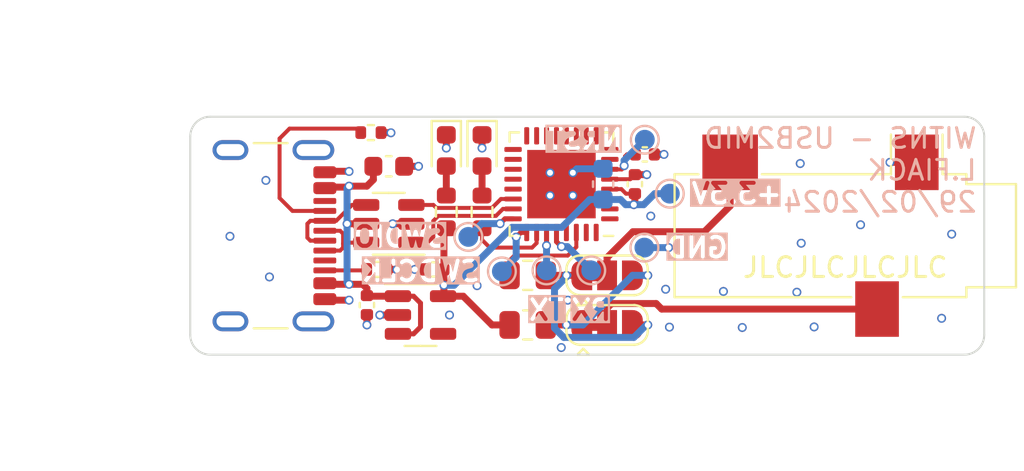
<source format=kicad_pcb>
(kicad_pcb (version 20240108) (generator "pcbnew") (generator_version "8.0")
  (layers (0 "F.Cu" signal) (1 "In1.Cu" power) (2 "In2.Cu" power) (31 "B.Cu" signal) (34 "B.Paste" user) (35 "F.Paste" user) (36 "B.SilkS" user "B.Silkscreen") (37 "F.SilkS" user "F.Silkscreen") (38 "B.Mask" user) (39 "F.Mask" user) (44 "Edge.Cuts" user))
  (net 0 "")
  (net 1 "+3.3V")
  (net 2 "GND")
  (net 6 "/NRST")
  (net 22 "/USB_DM")
  (net 23 "/USB_DP")
  (net 24 "/SWDIO")
  (net 25 "/SWCLK")
  (net 26 "/UART_TX")
  (net 27 "/UART_RX")
  (net 29 "/MIDI_TX")
  (net 35 "VBUS")
  (net 36 "/CC1")
  (net 37 "/D+")
  (net 38 "/D-")
  (net 39 "/CC2")
  (net 41 "/JACK_R")
  (net 42 "/JACK_T")
  (net 43 "/SINK")
  (net 44 "/SOURCE")
  (net 45 "/ST_LED")
  (net 46 "Net-(D1-A)")
  (net 47 "Net-(D2-A)")
  (footprint "Jumper:SolderJumper-3_P1.3mm_Bridged12_RoundedPad1.0x1.5mm" (layer "F.Cu") (at 43 52)
    (property "Reference" "JP1" (hide yes))
    (property "Value" "SolderJumper_3_Bridged12")
    (fp_poly (pts (xy -0.9 -0.3) (xy -0.4 -0.3) (xy -0.4 0.3) (xy -0.9 0.3)) (fill solid) (layer "F.Cu"))
    (fp_line (start -2.05 0.3) (end -2.05 -0.3) (stroke (width 0.12)) (layer "F.SilkS"))
    (fp_line (start -1.5 1.5) (end -0.9 1.5) (stroke (width 0.12)) (layer "F.SilkS"))
    (fp_line (start -1.4 -1) (end 1.4 -1) (stroke (width 0.12)) (layer "F.SilkS"))
    (fp_line (start -1.2 1.2) (end -1.5 1.5) (stroke (width 0.12)) (layer "F.SilkS"))
    (fp_line (start -1.2 1.2) (end -0.9 1.5) (stroke (width 0.12)) (layer "F.SilkS"))
    (fp_line (start 1.4 1) (end -1.4 1) (stroke (width 0.12)) (layer "F.SilkS"))
    (fp_line (start 2.05 -0.3) (end 2.05 0.3) (stroke (width 0.12)) (layer "F.SilkS"))
    (fp_arc (start -2.05 -0.3) (mid -1.844975 -0.794975) (end -1.35 -1) (stroke (width 0.12)) (layer "F.SilkS"))
    (fp_arc (start -1.35 1) (mid -1.844975 0.794975) (end -2.05 0.3) (stroke (width 0.12)) (layer "F.SilkS"))
    (fp_arc (start 1.35 -1) (mid 1.844975 -0.794975) (end 2.05 -0.3) (stroke (width 0.12)) (layer "F.SilkS"))
    (fp_arc (start 2.05 0.3) (mid 1.844975 0.794975) (end 1.35 1) (stroke (width 0.12)) (layer "F.SilkS"))
    (pad "1" smd custom (at -1.3 0) (size 1 0.5) (layers "F.Cu" "F.Mask") (net 43 "/SINK") (options (clearance outline) (anchor rect)) (primitives (gr_circle (center 0 0.25) (end 0.5 0.25) (width 0) (fill yes)) (gr_circle (center 0 -0.25) (end 0.5 -0.25) (width 0) (fill yes)) (gr_poly (pts (xy 0.55 0.75) (xy 0 0.75) (xy 0 -0.75) (xy 0.55 -0.75)) (width 0) (fill yes))))
    (pad "2" smd rect (at 0 0) (size 1 1.5) (layers "F.Cu" "F.Mask") (net 42 "/JACK_T"))
    (pad "3" smd custom (at 1.3 0) (size 1 0.5) (layers "F.Cu" "F.Mask") (net 44 "/SOURCE") (options (clearance outline) (anchor rect)) (primitives (gr_circle (center 0 0.25) (end 0.5 0.25) (width 0) (fill yes)) (gr_circle (center 0 -0.25) (end 0.5 -0.25) (width 0) (fill yes)) (gr_poly (pts (xy 0 0.75) (xy -0.55 0.75) (xy -0.55 -0.75) (xy 0 -0.75)) (width 0) (fill yes))))
  )
  (footprint "Connector_USB:USB_C_Receptacle_GCT_USB4105-xx-A_16P_TopMnt_Horizontal" (layer "F.Cu") (at 25.1 50 -90)
    (property "Reference" "J1" (hide yes))
    (property "Value" "USB_C_Receptacle_USB2.0_16P")
    (fp_line (start -4.67 -0.1) (end -4.67 -1.8) (stroke (width 0.12)) (layer "F.SilkS"))
    (fp_line (start 4.67 -0.1) (end 4.67 -1.8) (stroke (width 0.12)) (layer "F.SilkS"))
    (pad "" np_thru_hole circle (at -2.89 -2.605 270) (size 0.65 0.65) (drill 0.65) (layers "F&B.Cu" "*.Mask"))
    (pad "" np_thru_hole circle (at 2.89 -2.605 270) (size 0.65 0.65) (drill 0.65) (layers "F&B.Cu" "*.Mask"))
    (pad "A1" smd roundrect (at -3.2 -3.68 270) (size 0.6 1.15) (layers "F.Cu" "F.Paste" "F.Mask") (net 2 "GND"))
    (pad "A4" smd roundrect (at -2.4 -3.68 270) (size 0.6 1.15) (layers "F.Cu" "F.Paste" "F.Mask") (net 35 "VBUS"))
    (pad "A5" smd roundrect (at -1.25 -3.68 270) (size 0.3 1.15) (layers "F.Cu" "F.Paste" "F.Mask") (net 36 "/CC1"))
    (pad "A6" smd roundrect (at -0.25 -3.68 270) (size 0.3 1.15) (layers "F.Cu" "F.Paste" "F.Mask") (net 37 "/D+"))
    (pad "A7" smd roundrect (at 0.25 -3.68 270) (size 0.3 1.15) (layers "F.Cu" "F.Paste" "F.Mask") (net 38 "/D-"))
    (pad "A8" smd roundrect (at 1.25 -3.68 270) (size 0.3 1.15) (layers "F.Cu" "F.Paste" "F.Mask"))
    (pad "A9" smd roundrect (at 2.4 -3.68 270) (size 0.6 1.15) (layers "F.Cu" "F.Paste" "F.Mask") (net 35 "VBUS"))
    (pad "A12" smd roundrect (at 3.2 -3.68 270) (size 0.6 1.15) (layers "F.Cu" "F.Paste" "F.Mask") (net 2 "GND"))
    (pad "B1" smd roundrect (at 3.2 -3.68 270) (size 0.6 1.15) (layers "F.Cu" "F.Paste" "F.Mask") (net 2 "GND"))
    (pad "B4" smd roundrect (at 2.4 -3.68 270) (size 0.6 1.15) (layers "F.Cu" "F.Paste" "F.Mask") (net 35 "VBUS"))
    (pad "B5" smd roundrect (at 1.75 -3.68 270) (size 0.3 1.15) (layers "F.Cu" "F.Paste" "F.Mask") (net 39 "/CC2"))
    (pad "B6" smd roundrect (at 0.75 -3.68 270) (size 0.3 1.15) (layers "F.Cu" "F.Paste" "F.Mask") (net 37 "/D+"))
    (pad "B7" smd roundrect (at -0.75 -3.68 270) (size 0.3 1.15) (layers "F.Cu" "F.Paste" "F.Mask") (net 38 "/D-"))
    (pad "B8" smd roundrect (at -1.75 -3.68 270) (size 0.3 1.15) (layers "F.Cu" "F.Paste" "F.Mask"))
    (pad "B9" smd roundrect (at -2.4 -3.68 270) (size 0.6 1.15) (layers "F.Cu" "F.Paste" "F.Mask") (net 35 "VBUS"))
    (pad "B12" smd roundrect (at -3.2 -3.68 270) (size 0.6 1.15) (layers "F.Cu" "F.Paste" "F.Mask") (net 2 "GND"))
    (pad "S1" thru_hole oval (at -4.32 -3.105 270) (size 1 2.1) (drill oval 0.6 1.7) (layers "*.Cu" "*.Mask" "F.Paste"))
    (pad "S1" thru_hole oval (at -4.32 1.075 270) (size 1 1.8) (drill oval 0.6 1.4) (layers "*.Cu" "*.Mask" "F.Paste"))
    (pad "S1" thru_hole oval (at 4.32 -3.105 270) (size 1 2.1) (drill oval 0.6 1.7) (layers "*.Cu" "*.Mask" "F.Paste"))
    (pad "S1" thru_hole oval (at 4.32 1.075 270) (size 1 1.8) (drill oval 0.6 1.4) (layers "*.Cu" "*.Mask" "F.Paste"))
  )
  (footprint "Capacitor_SMD:C_0402_1005Metric" (layer "F.Cu") (at 30.9 53.5 -90)
    (property "Reference" "C3" (hide yes))
    (property "Value" "1uF")
    (fp_line (start -0.107836 0.36) (end 0.107836 0.36) (stroke (width 0.12)) (layer "F.SilkS"))
    (fp_line (start -0.107836 -0.36) (end 0.107836 -0.36) (stroke (width 0.12)) (layer "F.SilkS"))
    (pad "1" smd roundrect (at -0.48 0 270) (size 0.56 0.62) (layers "F.Cu" "F.Paste" "F.Mask") (net 35 "VBUS"))
    (pad "2" smd roundrect (at 0.48 0 270) (size 0.56 0.62) (layers "F.Cu" "F.Paste" "F.Mask") (net 2 "GND"))
  )
  (footprint "Capacitor_SMD:C_0402_1005Metric" (layer "F.Cu") (at 34.3 51.7 180)
    (property "Reference" "C4" (hide yes))
    (property "Value" "1uF")
    (fp_line (start -0.107836 0.36) (end 0.107836 0.36) (stroke (width 0.12)) (layer "F.SilkS"))
    (fp_line (start -0.107836 -0.36) (end 0.107836 -0.36) (stroke (width 0.12)) (layer "F.SilkS"))
    (pad "1" smd roundrect (at -0.48 0 180) (size 0.56 0.62) (layers "F.Cu" "F.Paste" "F.Mask") (net 1 "+3.3V"))
    (pad "2" smd roundrect (at 0.48 0 180) (size 0.56 0.62) (layers "F.Cu" "F.Paste" "F.Mask") (net 2 "GND"))
  )
  (footprint "Capacitor_SMD:C_0402_1005Metric" (layer "F.Cu") (at 44.4 47.4 90)
    (property "Reference" "C1" (hide yes))
    (property "Value" "100nF")
    (fp_line (start -0.107836 -0.36) (end 0.107836 -0.36) (stroke (width 0.12)) (layer "F.SilkS"))
    (fp_line (start -0.107836 0.36) (end 0.107836 0.36) (stroke (width 0.12)) (layer "F.SilkS"))
    (pad "1" smd roundrect (at -0.48 0 90) (size 0.56 0.62) (layers "F.Cu" "F.Paste" "F.Mask") (net 1 "+3.3V"))
    (pad "2" smd roundrect (at 0.48 0 90) (size 0.56 0.62) (layers "F.Cu" "F.Paste" "F.Mask") (net 2 "GND"))
  )
  (footprint "LED_SMD:LED_0603_1608Metric" (layer "F.Cu") (at 34.9 45.7 -90)
    (property "Reference" "D1" (hide yes))
    (property "Value" "POWER")
    (fp_line (start -1.485 0.735) (end 0.8 0.735) (stroke (width 0.12)) (layer "F.SilkS"))
    (fp_line (start -1.485 -0.735) (end -1.485 0.735) (stroke (width 0.12)) (layer "F.SilkS"))
    (fp_line (start 0.8 -0.735) (end -1.485 -0.735) (stroke (width 0.12)) (layer "F.SilkS"))
    (pad "1" smd roundrect (at -0.7875 0 270) (size 0.875 0.95) (layers "F.Cu" "F.Paste" "F.Mask") (net 2 "GND"))
    (pad "2" smd roundrect (at 0.7875 0 270) (size 0.875 0.95) (layers "F.Cu" "F.Paste" "F.Mask") (net 46 "Net-(D1-A)"))
  )
  (footprint "Package_TO_SOT_SMD:SOT-23-5" (layer "F.Cu") (at 33.6 54)
    (property "Reference" "U3" (hide yes))
    (property "Value" "BU33SD5WG-TR")
    (fp_line (start 0 -1.56) (end -1.8 -1.56) (stroke (width 0.12)) (layer "F.SilkS"))
    (fp_line (start 0 -1.56) (end 0.8 -1.56) (stroke (width 0.12)) (layer "F.SilkS"))
    (fp_line (start 0 1.56) (end -0.8 1.56) (stroke (width 0.12)) (layer "F.SilkS"))
    (fp_line (start 0 1.56) (end 0.8 1.56) (stroke (width 0.12)) (layer "F.SilkS"))
    (pad "1" smd roundrect (at -1.1375 -0.95) (size 1.325 0.6) (layers "F.Cu" "F.Paste" "F.Mask") (net 35 "VBUS"))
    (pad "2" smd roundrect (at -1.1375 0) (size 1.325 0.6) (layers "F.Cu" "F.Paste" "F.Mask") (net 2 "GND"))
    (pad "3" smd roundrect (at -1.1375 0.95) (size 1.325 0.6) (layers "F.Cu" "F.Paste" "F.Mask") (net 35 "VBUS"))
    (pad "4" smd roundrect (at 1.1375 0.95) (size 1.325 0.6) (layers "F.Cu" "F.Paste" "F.Mask"))
    (pad "5" smd roundrect (at 1.1375 -0.95) (size 1.325 0.6) (layers "F.Cu" "F.Paste" "F.Mask") (net 1 "+3.3V"))
  )
  (footprint "Resistor_SMD:R_0603_1608Metric" (layer "F.Cu") (at 36.7 48.8 -90)
    (property "Reference" "R6" (hide yes))
    (property "Value" "1k")
    (fp_line (start -0.237258 0.5225) (end 0.237258 0.5225) (stroke (width 0.12)) (layer "F.SilkS"))
    (fp_line (start -0.237258 -0.5225) (end 0.237258 -0.5225) (stroke (width 0.12)) (layer "F.SilkS"))
    (pad "1" smd roundrect (at -0.825 0 270) (size 0.8 0.95) (layers "F.Cu" "F.Paste" "F.Mask") (net 47 "Net-(D2-A)"))
    (pad "2" smd roundrect (at 0.825 0 270) (size 0.8 0.95) (layers "F.Cu" "F.Paste" "F.Mask") (net 45 "/ST_LED"))
  )
  (footprint "Resistor_SMD:R_0805_2012Metric" (layer "F.Cu") (at 39 52)
    (property "Reference" "R4" (hide yes))
    (property "Value" "10R")
    (fp_line (start -0.227064 -0.735) (end 0.227064 -0.735) (stroke (width 0.12)) (layer "F.SilkS"))
    (fp_line (start -0.227064 0.735) (end 0.227064 0.735) (stroke (width 0.12)) (layer "F.SilkS"))
    (pad "1" smd roundrect (at -0.9125 0) (size 1.025 1.4) (layers "F.Cu" "F.Paste" "F.Mask") (roundrect_rratio 0.243902439) (net 29 "/MIDI_TX"))
    (pad "2" smd roundrect (at 0.9125 0) (size 1.025 1.4) (layers "F.Cu" "F.Paste" "F.Mask") (roundrect_rratio 0.243902439) (net 43 "/SINK"))
  )
  (footprint "Connector_Audio:Jack_3.5mm_CUI_SJ-3523-SMT_Horizontal" (layer "F.Cu") (at 55 50 -90)
    (property "Reference" "J2" (hide yes))
    (property "Value" "AudioJack3")
    (fp_line (start -3.1 8.6) (end -3.1 7.4) (stroke (width 0.12)) (layer "F.SilkS"))
    (fp_line (start 3.1 8.6) (end -3.1 8.6) (stroke (width 0.12)) (layer "F.SilkS"))
    (fp_line (start -3.1 4.2) (end -3.1 -2.3) (stroke (width 0.12)) (layer "F.SilkS"))
    (fp_line (start 3.1 -0.3) (end 3.1 8.6) (stroke (width 0.12)) (layer "F.SilkS"))
    (fp_line (start -3.1 -2.3) (end -5.1 -2.3) (stroke (width 0.12)) (layer "F.SilkS"))
    (fp_line (start -3.1 -4.9) (end -5.1 -4.9) (stroke (width 0.12)) (layer "F.SilkS"))
    (fp_line (start -3.1 -4.9) (end -3.1 -6.1) (stroke (width 0.12)) (layer "F.SilkS"))
    (fp_line (start -3.1 -6.1) (end -2.6 -6.1) (stroke (width 0.12)) (layer "F.SilkS"))
    (fp_line (start -2.6 -6.1) (end -2.6 -8.6) (stroke (width 0.12)) (layer "F.SilkS"))
    (fp_line (start 2.6 -6.1) (end 3.1 -6.1) (stroke (width 0.12)) (layer "F.SilkS"))
    (fp_line (start 3.1 -6.1) (end 3.1 -2.9) (stroke (width 0.12)) (layer "F.SilkS"))
    (fp_line (start -2.6 -8.6) (end 2.6 -8.6) (stroke (width 0.12)) (layer "F.SilkS"))
    (fp_line (start 2.6 -8.6) (end 2.6 -6.1) (stroke (width 0.12)) (layer "F.SilkS"))
    (pad "" np_thru_hole circle (at 0 -2.5 270) (size 1.7 1.7) (drill 1.7) (layers "*.Cu" "*.Mask"))
    (pad "" np_thru_hole circle (at 0 4.5 270) (size 1.7 1.7) (drill 1.7) (layers "*.Cu" "*.Mask"))
    (pad "R" smd rect (at 3.7 -1.6 270) (size 2.8 2.2) (layers "F.Cu" "F.Paste" "F.Mask") (net 41 "/JACK_R"))
    (pad "S" smd rect (at -3.7 -3.6 270) (size 2.8 2.2) (layers "F.Cu" "F.Paste" "F.Mask") (net 2 "GND"))
    (pad "T" smd rect (at -3.7 5.8 270) (size 2.8 2.8) (layers "F.Cu" "F.Paste" "F.Mask") (net 42 "/JACK_T"))
  )
  (footprint "Capacitor_SMD:C_0603_1608Metric" (layer "F.Cu") (at 32 46.5)
    (property "Reference" "C7" (hide yes))
    (property "Value" "10uF")
    (fp_line (start -0.14058 -0.51) (end 0.14058 -0.51) (stroke (width 0.12)) (layer "F.SilkS"))
    (fp_line (start -0.14058 0.51) (end 0.14058 0.51) (stroke (width 0.12)) (layer "F.SilkS"))
    (pad "1" smd roundrect (at -0.775 0) (size 0.9 0.95) (layers "F.Cu" "F.Paste" "F.Mask") (net 35 "VBUS"))
    (pad "2" smd roundrect (at 0.775 0) (size 0.9 0.95) (layers "F.Cu" "F.Paste" "F.Mask") (net 2 "GND"))
  )
  (footprint "LED_SMD:LED_0603_1608Metric" (layer "F.Cu") (at 36.7 45.7 -90)
    (property "Reference" "D2" (hide yes))
    (property "Value" "STATUS")
    (fp_line (start -1.485 0.735) (end 0.8 0.735) (stroke (width 0.12)) (layer "F.SilkS"))
    (fp_line (start -1.485 -0.735) (end -1.485 0.735) (stroke (width 0.12)) (layer "F.SilkS"))
    (fp_line (start 0.8 -0.735) (end -1.485 -0.735) (stroke (width 0.12)) (layer "F.SilkS"))
    (pad "1" smd roundrect (at -0.7875 0 270) (size 0.875 0.95) (layers "F.Cu" "F.Paste" "F.Mask") (net 2 "GND"))
    (pad "2" smd roundrect (at 0.7875 0 270) (size 0.875 0.95) (layers "F.Cu" "F.Paste" "F.Mask") (net 47 "Net-(D2-A)"))
  )
  (footprint "Capacitor_SMD:C_0402_1005Metric" (layer "F.Cu") (at 44.9 45.9)
    (property "Reference" "C5" (hide yes))
    (property "Value" "100nF")
    (fp_line (start -0.107836 -0.36) (end 0.107836 -0.36) (stroke (width 0.12)) (layer "F.SilkS"))
    (fp_line (start -0.107836 0.36) (end 0.107836 0.36) (stroke (width 0.12)) (layer "F.SilkS"))
    (pad "1" smd roundrect (at -0.48 0) (size 0.56 0.62) (layers "F.Cu" "F.Paste" "F.Mask") (net 6 "/NRST"))
    (pad "2" smd roundrect (at 0.48 0) (size 0.56 0.62) (layers "F.Cu" "F.Paste" "F.Mask") (net 2 "GND"))
  )
  (footprint "Jumper:SolderJumper-3_P1.3mm_Bridged12_RoundedPad1.0x1.5mm" (layer "F.Cu") (at 43 54.5)
    (property "Reference" "JP2" (hide yes))
    (property "Value" "SolderJumper_3_Bridged12")
    (fp_poly (pts (xy -0.9 -0.3) (xy -0.4 -0.3) (xy -0.4 0.3) (xy -0.9 0.3)) (fill solid) (layer "F.Cu"))
    (fp_line (start -2.05 0.3) (end -2.05 -0.3) (stroke (width 0.12)) (layer "F.SilkS"))
    (fp_line (start -1.5 1.5) (end -0.9 1.5) (stroke (width 0.12)) (layer "F.SilkS"))
    (fp_line (start -1.4 -1) (end 1.4 -1) (stroke (width 0.12)) (layer "F.SilkS"))
    (fp_line (start -1.2 1.2) (end -1.5 1.5) (stroke (width 0.12)) (layer "F.SilkS"))
    (fp_line (start -1.2 1.2) (end -0.9 1.5) (stroke (width 0.12)) (layer "F.SilkS"))
    (fp_line (start 1.4 1) (end -1.4 1) (stroke (width 0.12)) (layer "F.SilkS"))
    (fp_line (start 2.05 -0.3) (end 2.05 0.3) (stroke (width 0.12)) (layer "F.SilkS"))
    (fp_arc (start -2.05 -0.3) (mid -1.844975 -0.794975) (end -1.35 -1) (stroke (width 0.12)) (layer "F.SilkS"))
    (fp_arc (start -1.35 1) (mid -1.844975 0.794975) (end -2.05 0.3) (stroke (width 0.12)) (layer "F.SilkS"))
    (fp_arc (start 1.35 -1) (mid 1.844975 -0.794975) (end 2.05 -0.3) (stroke (width 0.12)) (layer "F.SilkS"))
    (fp_arc (start 2.05 0.3) (mid 1.844975 0.794975) (end 1.35 1) (stroke (width 0.12)) (layer "F.SilkS"))
    (pad "1" smd custom (at -1.3 0) (size 1 0.5) (layers "F.Cu" "F.Mask") (net 44 "/SOURCE") (options (clearance outline) (anchor rect)) (primitives (gr_circle (center 0 0.25) (end 0.5 0.25) (width 0) (fill yes)) (gr_circle (center 0 -0.25) (end 0.5 -0.25) (width 0) (fill yes)) (gr_poly (pts (xy 0.55 0.75) (xy 0 0.75) (xy 0 -0.75) (xy 0.55 -0.75)) (width 0) (fill yes))))
    (pad "2" smd rect (at 0 0) (size 1 1.5) (layers "F.Cu" "F.Mask") (net 41 "/JACK_R"))
    (pad "3" smd custom (at 1.3 0) (size 1 0.5) (layers "F.Cu" "F.Mask") (net 43 "/SINK") (options (clearance outline) (anchor rect)) (primitives (gr_circle (center 0 0.25) (end 0.5 0.25) (width 0) (fill yes)) (gr_circle (center 0 -0.25) (end 0.5 -0.25) (width 0) (fill yes)) (gr_poly (pts (xy 0 0.75) (xy -0.55 0.75) (xy -0.55 -0.75) (xy 0 -0.75)) (width 0) (fill yes))))
  )
  (footprint "Package_DFN_QFN:QFN-32-1EP_5x5mm_P0.5mm_EP3.45x3.45mm" (layer "F.Cu") (at 40.7 47.4 180)
    (property "Reference" "U1" (hide yes))
    (property "Value" "STM32G0C1KCU6")
    (fp_line (start 2.61 2.61) (end 2.61 2.135) (stroke (width 0.12)) (layer "F.SilkS"))
    (fp_line (start 2.61 -2.61) (end 2.61 -2.135) (stroke (width 0.12)) (layer "F.SilkS"))
    (fp_line (start 2.135 2.61) (end 2.61 2.61) (stroke (width 0.12)) (layer "F.SilkS"))
    (fp_line (start 2.135 -2.61) (end 2.61 -2.61) (stroke (width 0.12)) (layer "F.SilkS"))
    (fp_line (start -2.135 2.61) (end -2.61 2.61) (stroke (width 0.12)) (layer "F.SilkS"))
    (fp_line (start -2.135 -2.61) (end -2.61 -2.61) (stroke (width 0.12)) (layer "F.SilkS"))
    (fp_line (start -2.61 2.61) (end -2.61 2.135) (stroke (width 0.12)) (layer "F.SilkS"))
    (pad "1" smd roundrect (at -2.4375 -1.75 180) (size 0.875 0.25) (layers "F.Cu" "F.Paste" "F.Mask"))
    (pad "2" smd roundrect (at -2.4375 -1.25 180) (size 0.875 0.25) (layers "F.Cu" "F.Paste" "F.Mask"))
    (pad "3" smd roundrect (at -2.4375 -0.75 180) (size 0.875 0.25) (layers "F.Cu" "F.Paste" "F.Mask"))
    (pad "4" smd roundrect (at -2.4375 -0.25 180) (size 0.875 0.25) (layers "F.Cu" "F.Paste" "F.Mask") (net 1 "+3.3V"))
    (pad "5" smd roundrect (at -2.4375 0.25 180) (size 0.875 0.25) (layers "F.Cu" "F.Paste" "F.Mask") (net 2 "GND"))
    (pad "6" smd roundrect (at -2.4375 0.75 180) (size 0.875 0.25) (layers "F.Cu" "F.Paste" "F.Mask") (net 6 "/NRST"))
    (pad "7" smd roundrect (at -2.4375 1.25 180) (size 0.875 0.25) (layers "F.Cu" "F.Paste" "F.Mask"))
    (pad "8" smd roundrect (at -2.4375 1.75 180) (size 0.875 0.25) (layers "F.Cu" "F.Paste" "F.Mask"))
    (pad "9" smd roundrect (at -1.75 2.4375 180) (size 0.25 0.875) (layers "F.Cu" "F.Paste" "F.Mask"))
    (pad "10" smd roundrect (at -1.25 2.4375 180) (size 0.25 0.875) (layers "F.Cu" "F.Paste" "F.Mask"))
    (pad "11" smd roundrect (at -0.75 2.4375 180) (size 0.25 0.875) (layers "F.Cu" "F.Paste" "F.Mask"))
    (pad "12" smd roundrect (at -0.25 2.4375 180) (size 0.25 0.875) (layers "F.Cu" "F.Paste" "F.Mask"))
    (pad "13" smd roundrect (at 0.25 2.4375 180) (size 0.25 0.875) (layers "F.Cu" "F.Paste" "F.Mask"))
    (pad "14" smd roundrect (at 0.75 2.4375 180) (size 0.25 0.875) (layers "F.Cu" "F.Paste" "F.Mask"))
    (pad "15" smd roundrect (at 1.25 2.4375 180) (size 0.25 0.875) (layers "F.Cu" "F.Paste" "F.Mask"))
    (pad "16" smd roundrect (at 1.75 2.4375 180) (size 0.25 0.875) (layers "F.Cu" "F.Paste" "F.Mask"))
    (pad "17" smd roundrect (at 2.4375 1.75 180) (size 0.875 0.25) (layers "F.Cu" "F.Paste" "F.Mask"))
    (pad "18" smd roundrect (at 2.4375 1.25 180) (size 0.875 0.25) (layers "F.Cu" "F.Paste" "F.Mask"))
    (pad "19" smd roundrect (at 2.4375 0.75 180) (size 0.875 0.25) (layers "F.Cu" "F.Paste" "F.Mask"))
    (pad "20" smd roundrect (at 2.4375 0.25 180) (size 0.875 0.25) (layers "F.Cu" "F.Paste" "F.Mask"))
    (pad "21" smd roundrect (at 2.4375 -0.25 180) (size 0.875 0.25) (layers "F.Cu" "F.Paste" "F.Mask"))
    (pad "22" smd roundrect (at 2.4375 -0.75 180) (size 0.875 0.25) (layers "F.Cu" "F.Paste" "F.Mask") (net 22 "/USB_DM"))
    (pad "23" smd roundrect (at 2.4375 -1.25 180) (size 0.875 0.25) (layers "F.Cu" "F.Paste" "F.Mask") (net 23 "/USB_DP"))
    (pad "24" smd roundrect (at 2.4375 -1.75 180) (size 0.875 0.25) (layers "F.Cu" "F.Paste" "F.Mask") (net 24 "/SWDIO"))
    (pad "25" smd roundrect (at 1.75 -2.4375 180) (size 0.25 0.875) (layers "F.Cu" "F.Paste" "F.Mask") (net 25 "/SWCLK"))
    (pad "26" smd roundrect (at 1.25 -2.4375 180) (size 0.25 0.875) (layers "F.Cu" "F.Paste" "F.Mask") (net 45 "/ST_LED"))
    (pad "27" smd roundrect (at 0.75 -2.4375 180) (size 0.25 0.875) (layers "F.Cu" "F.Paste" "F.Mask") (net 26 "/UART_TX"))
    (pad "28" smd roundrect (at 0.25 -2.4375 180) (size 0.25 0.875) (layers "F.Cu" "F.Paste" "F.Mask") (net 27 "/UART_RX"))
    (pad "29" smd roundrect (at -0.25 -2.4375 180) (size 0.25 0.875) (layers "F.Cu" "F.Paste" "F.Mask"))
    (pad "30" smd roundrect (at -0.75 -2.4375 180) (size 0.25 0.875) (layers "F.Cu" "F.Paste" "F.Mask") (net 29 "/MIDI_TX"))
    (pad "31" smd roundrect (at -1.25 -2.4375 180) (size 0.25 0.875) (layers "F.Cu" "F.Paste" "F.Mask"))
    (pad "32" smd roundrect (at -1.75 -2.4375 180) (size 0.25 0.875) (layers "F.Cu" "F.Paste" "F.Mask"))
    (pad "33" smd rect (at 0 0 180) (size 3.45 3.45) (layers "F.Cu" "F.Mask") (net 2 "GND"))
  )
  (footprint "Package_TO_SOT_SMD:SOT-23-6" (layer "F.Cu") (at 32 49.4 180)
    (property "Reference" "U2" (hide yes))
    (property "Value" "USBLC6-2SC6")
    (fp_line (start 0 1.56) (end 0.8 1.56) (stroke (width 0.12)) (layer "F.SilkS"))
    (fp_line (start 0 1.56) (end -0.8 1.56) (stroke (width 0.12)) (layer "F.SilkS"))
    (fp_line (start 0 -1.56) (end 0.8 -1.56) (stroke (width 0.12)) (layer "F.SilkS"))
    (fp_line (start 0 -1.56) (end -1.8 -1.56) (stroke (width 0.12)) (layer "F.SilkS"))
    (pad "1" smd roundrect (at -1.1375 -0.95 180) (size 1.325 0.6) (layers "F.Cu" "F.Paste" "F.Mask") (net 23 "/USB_DP"))
    (pad "2" smd roundrect (at -1.1375 0 180) (size 1.325 0.6) (layers "F.Cu" "F.Paste" "F.Mask") (net 2 "GND"))
    (pad "3" smd roundrect (at -1.1375 0.95 180) (size 1.325 0.6) (layers "F.Cu" "F.Paste" "F.Mask") (net 22 "/USB_DM"))
    (pad "4" smd roundrect (at 1.1375 0.95 180) (size 1.325 0.6) (layers "F.Cu" "F.Paste" "F.Mask") (net 38 "/D-"))
    (pad "5" smd roundrect (at 1.1375 0 180) (size 1.325 0.6) (layers "F.Cu" "F.Paste" "F.Mask") (net 35 "VBUS"))
    (pad "6" smd roundrect (at 1.1375 -0.95 180) (size 1.325 0.6) (layers "F.Cu" "F.Paste" "F.Mask") (net 37 "/D+"))
  )
  (footprint "Resistor_SMD:R_0603_1608Metric" (layer "F.Cu") (at 34.9 48.8 -90)
    (property "Reference" "R5" (hide yes))
    (property "Value" "1k")
    (fp_line (start -0.237258 0.5225) (end 0.237258 0.5225) (stroke (width 0.12)) (layer "F.SilkS"))
    (fp_line (start -0.237258 -0.5225) (end 0.237258 -0.5225) (stroke (width 0.12)) (layer "F.SilkS"))
    (pad "1" smd roundrect (at -0.825 0 270) (size 0.8 0.95) (layers "F.Cu" "F.Paste" "F.Mask") (net 46 "Net-(D1-A)"))
    (pad "2" smd roundrect (at 0.825 0 270) (size 0.8 0.95) (layers "F.Cu" "F.Paste" "F.Mask") (net 1 "+3.3V"))
  )
  (footprint "Resistor_SMD:R_0402_1005Metric" (layer "F.Cu") (at 31.4 51.7)
    (property "Reference" "R2" (hide yes))
    (property "Value" "5.1k")
    (fp_line (start -0.153641 -0.38) (end 0.153641 -0.38) (stroke (width 0.12)) (layer "F.SilkS"))
    (fp_line (start -0.153641 0.38) (end 0.153641 0.38) (stroke (width 0.12)) (layer "F.SilkS"))
    (pad "1" smd roundrect (at -0.51 0) (size 0.54 0.64) (layers "F.Cu" "F.Paste" "F.Mask") (net 39 "/CC2"))
    (pad "2" smd roundrect (at 0.51 0) (size 0.54 0.64) (layers "F.Cu" "F.Paste" "F.Mask") (net 2 "GND"))
  )
  (footprint "Resistor_SMD:R_0402_1005Metric" (layer "F.Cu") (at 31.1 44.8)
    (property "Reference" "R1" (hide yes))
    (property "Value" "5.1k")
    (fp_line (start -0.153641 -0.38) (end 0.153641 -0.38) (stroke (width 0.12)) (layer "F.SilkS"))
    (fp_line (start -0.153641 0.38) (end 0.153641 0.38) (stroke (width 0.12)) (layer "F.SilkS"))
    (pad "1" smd roundrect (at -0.51 0) (size 0.54 0.64) (layers "F.Cu" "F.Paste" "F.Mask") (net 36 "/CC1"))
    (pad "2" smd roundrect (at 0.51 0) (size 0.54 0.64) (layers "F.Cu" "F.Paste" "F.Mask") (net 2 "GND"))
  )
  (footprint "Resistor_SMD:R_0805_2012Metric" (layer "F.Cu") (at 39 54.5)
    (property "Reference" "R3" (hide yes))
    (property "Value" "33R")
    (fp_line (start -0.227064 -0.735) (end 0.227064 -0.735) (stroke (width 0.12)) (layer "F.SilkS"))
    (fp_line (start -0.227064 0.735) (end 0.227064 0.735) (stroke (width 0.12)) (layer "F.SilkS"))
    (pad "1" smd roundrect (at -0.9125 0) (size 1.025 1.4) (layers "F.Cu" "F.Paste" "F.Mask") (roundrect_rratio 0.243902439) (net 1 "+3.3V"))
    (pad "2" smd roundrect (at 0.9125 0) (size 1.025 1.4) (layers "F.Cu" "F.Paste" "F.Mask") (roundrect_rratio 0.243902439) (net 44 "/SOURCE"))
  )
  (footprint "TestPoint:TestPoint_Pad_D1.0mm" (layer "B.Cu") (at 39.95 51.75 180)
    (property "Reference" "TP1" (hide yes))
    (property "Value" "TestPoint")
    (fp_circle (center 0 0) (end 0 -0.7) (stroke (width 0.12)) (fill none) (layer "B.SilkS"))
    (pad "1" smd circle (at 0 0 180) (size 1 1) (layers "B.Cu" "B.Mask") (net 26 "/UART_TX"))
  )
  (footprint "TestPoint:TestPoint_Pad_D1.0mm" (layer "B.Cu") (at 37.7 51.8 180)
    (property "Reference" "TP5" (hide yes))
    (property "Value" "TestPoint")
    (fp_circle (center 0 0) (end 0 -0.7) (stroke (width 0.12)) (fill none) (layer "B.SilkS"))
    (pad "1" smd circle (at 0 0 180) (size 1 1) (layers "B.Cu" "B.Mask") (net 25 "/SWCLK"))
  )
  (footprint "TestPoint:TestPoint_Pad_D1.0mm" (layer "B.Cu") (at 36.01 50.06 180)
    (property "Reference" "TP4" (hide yes))
    (property "Value" "TestPoint")
    (fp_circle (center 0 0) (end 0 -0.7) (stroke (width 0.12)) (fill none) (layer "B.SilkS"))
    (pad "1" smd circle (at 0 0 180) (size 1 1) (layers "B.Cu" "B.Mask") (net 24 "/SWDIO"))
  )
  (footprint "Capacitor_SMD:C_0603_1608Metric" (layer "B.Cu") (at 42.8 47.4 90)
    (property "Reference" "C2" (hide yes))
    (property "Value" "4.7uF")
    (fp_line (start 0.14058 -0.51) (end -0.14058 -0.51) (stroke (width 0.12)) (layer "B.SilkS"))
    (fp_line (start 0.14058 0.51) (end -0.14058 0.51) (stroke (width 0.12)) (layer "B.SilkS"))
    (pad "1" smd roundrect (at -0.775 0 90) (size 0.9 0.95) (layers "B.Cu" "B.Paste" "B.Mask") (net 1 "+3.3V"))
    (pad "2" smd roundrect (at 0.775 0 90) (size 0.9 0.95) (layers "B.Cu" "B.Paste" "B.Mask") (net 2 "GND"))
  )
  (footprint "TestPoint:TestPoint_Pad_D1.0mm" (layer "B.Cu") (at 42.2 51.75 180)
    (property "Reference" "TP2" (hide yes))
    (property "Value" "TestPoint")
    (fp_circle (center 0 0) (end 0 -0.7) (stroke (width 0.12)) (fill none) (layer "B.SilkS"))
    (pad "1" smd circle (at 0 0 180) (size 1 1) (layers "B.Cu" "B.Mask") (net 27 "/UART_RX"))
  )
  (footprint "TestPoint:TestPoint_Pad_D1.0mm" (layer "B.Cu") (at 44.9 45.16 180)
    (property "Reference" "TP3" (hide yes))
    (property "Value" "TestPoint")
    (fp_circle (center 0 0) (end 0 -0.7) (stroke (width 0.12)) (fill none) (layer "B.SilkS"))
    (pad "1" smd circle (at 0 0 180) (size 1 1) (layers "B.Cu" "B.Mask") (net 6 "/NRST"))
  )
  (footprint "TestPoint:TestPoint_Pad_D1.0mm" (layer "B.Cu") (at 44.88 50.6 180)
    (property "Reference" "TP6" (hide yes))
    (property "Value" "TestPoint")
    (fp_circle (center 0 0) (end 0 -0.7) (stroke (width 0.12)) (fill none) (layer "B.SilkS"))
    (pad "1" smd circle (at 0 0 180) (size 1 1) (layers "B.Cu" "B.Mask") (net 2 "GND"))
  )
  (footprint "TestPoint:TestPoint_Pad_D1.0mm" (layer "B.Cu") (at 46.16 47.88 180)
    (property "Reference" "TP7" (hide yes))
    (property "Value" "TestPoint")
    (fp_circle (center 0 0) (end 0 -0.7) (stroke (width 0.12)) (fill none) (layer "B.SilkS"))
    (pad "1" smd circle (at 0 0 180) (size 1 1) (layers "B.Cu" "B.Mask") (net 1 "+3.3V"))
  )
  (gr_arc (start 61 44) (mid 61.707107 44.292893) (end 62 45) (stroke (width 0.1)) (layer "Edge.Cuts"))
  (gr_line (start 22 45) (end 22 55) (stroke (width 0.1)) (layer "Edge.Cuts"))
  (gr_arc (start 22 45) (mid 22.292893 44.292893) (end 23 44) (stroke (width 0.1)) (layer "Edge.Cuts"))
  (gr_arc (start 23 56) (mid 22.292893 55.707107) (end 22 55) (stroke (width 0.1)) (layer "Edge.Cuts"))
  (gr_line (start 62 55) (end 62 45) (stroke (width 0.1)) (layer "Edge.Cuts"))
  (gr_line (start 61 44) (end 23 44) (stroke (width 0.1)) (layer "Edge.Cuts"))
  (gr_arc (start 62 55) (mid 61.707107 55.707107) (end 61 56) (stroke (width 0.1)) (layer "Edge.Cuts"))
  (gr_line (start 23 56) (end 61 56) (stroke (width 0.1)) (layer "Edge.Cuts"))
  (gr_text "WITNS - USB2MID\nL.FIACK\n29/02/2024\n" (at 61.7 46.7 0) (layer "B.SilkS") (effects (font (size 1 1)) (justify left mirror)))
  (gr_text "SWDCLK" (at 36.7 51.8 0) (layer "B.SilkS" knockout) (effects (font (size 1 1) (thickness 0.2) (bold yes)) (justify left mirror)))
  (gr_text "TX" (at 39.95 53.75 0) (layer "B.SilkS" knockout) (effects (font (size 1 1) (thickness 0.2) (bold yes)) (justify mirror)))
  (gr_text "RX" (at 42.2 53.75 0) (layer "B.SilkS" knockout) (effects (font (size 1 1) (thickness 0.2) (bold yes)) (justify mirror)))
  (gr_text "+3.3V" (at 47.16 47.88 0) (layer "B.SilkS" knockout) (effects (font (size 1 1) (thickness 0.2) (bold yes)) (justify right mirror)))
  (gr_text "NRST" (at 43.9 45.16 0) (layer "B.SilkS" knockout) (effects (font (size 1 1) (thickness 0.2) (bold yes)) (justify left mirror)))
  (gr_text "SWDIO" (at 35.01 50.06 0) (layer "B.SilkS" knockout) (effects (font (size 1 1) (thickness 0.2) (bold yes)) (justify left mirror)))
  (gr_text "GND" (at 45.88 50.6 0) (layer "B.SilkS" knockout) (effects (font (size 1 1) (thickness 0.2) (bold yes)) (justify right mirror)))
  (gr_text "JLCJLCJLCJLC" (at 55 51.6 0) (layer "F.SilkS") (effects (font (size 1 1))))
  (segment (start 34.7375 53.05) (end 35.75 53.05) (width 0.35) (layer "F.Cu") (net 1))
  (segment (start 43.72 47.65) (end 43.95 47.88) (width 0.2) (layer "F.Cu") (net 1))
  (segment (start 43.1375 47.65) (end 43.72 47.65) (width 0.2) (layer "F.Cu") (net 1))
  (segment (start 44.4 48.38) (end 44.4 47.88) (width 0.35) (layer "F.Cu") (net 1))
  (segment (start 34.78 51.7) (end 34.78 52.59) (width 0.35) (layer "F.Cu") (net 1))
  (segment (start 34.78 49.745) (end 34.9 49.625) (width 0.35) (layer "F.Cu") (net 1))
  (segment (start 44.345 48.435) (end 44.4 48.38) (width 0.35) (layer "F.Cu") (net 1))
  (segment (start 34.7375 51.7425) (end 34.78 51.7) (width 0.35) (layer "F.Cu") (net 1))
  (segment (start 34.78 51.7) (end 34.78 49.745) (width 0.35) (layer "F.Cu") (net 1))
  (segment (start 35.75 53.05) (end 37.2 54.5) (width 0.35) (layer "F.Cu") (net 1))
  (segment (start 43.95 47.88) (end 44.4 47.88) (width 0.2) (layer "F.Cu") (net 1))
  (segment (start 34.78 52.59) (end 34.78 53.0075) (width 0.35) (layer "F.Cu") (net 1))
  (segment (start 37.2 54.5) (end 38.0875 54.5) (width 0.35) (layer "F.Cu") (net 1))
  (segment (start 34.78 53.0075) (end 34.7375 53.05) (width 0.35) (layer "F.Cu") (net 1))
  (via (at 44.345 48.435) (size 0.45) (drill 0.3) (layers "F.Cu" "B.Cu") (net 1))
  (via (at 34.78 52.5) (size 0.45) (drill 0.3) (layers "F.Cu" "B.Cu") (net 1))
  (segment (start 45.4 47.88) (end 46.16 47.88) (width 0.35) (layer "B.Cu") (net 1))
  (segment (start 44.845 48.435) (end 45.4 47.88) (width 0.35) (layer "B.Cu") (net 1))
  (segment (start 34.78 52.5) (end 35.29 52.5) (width 0.35) (layer "B.Cu") (net 1))
  (segment (start 42.9 48.175) (end 43.675 48.175) (width 0.35) (layer "B.Cu") (net 1))
  (segment (start 42.125 48.175) (end 42.9 48.175) (width 0.35) (layer "B.Cu") (net 1))
  (segment (start 43.935 48.435) (end 44.345 48.435) (width 0.35) (layer "B.Cu") (net 1))
  (segment (start 40.72 49.58) (end 42.125 48.175) (width 0.35) (layer "B.Cu") (net 1))
  (segment (start 38.21 49.58) (end 40.72 49.58) (width 0.35) (layer "B.Cu") (net 1))
  (segment (start 35.29 52.5) (end 38.21 49.58) (width 0.35) (layer "B.Cu") (net 1))
  (segment (start 43.675 48.175) (end 43.935 48.435) (width 0.35) (layer "B.Cu") (net 1))
  (segment (start 44.345 48.435) (end 44.845 48.435) (width 0.35) (layer "B.Cu") (net 1))
  (segment (start 32.11 44.81) (end 32.1 44.8) (width 0.35) (layer "F.Cu") (net 2))
  (segment (start 44.17 47.15) (end 44.4 46.92) (width 0.2) (layer "F.Cu") (net 2))
  (segment (start 45.825 45.9) (end 45.38 45.9) (width 0.35) (layer "F.Cu") (net 2))
  (segment (start 30 46.76) (end 29.99 46.75) (width 0.35) (layer "F.Cu") (net 2))
  (segment (start 43.1375 47.15) (end 44.17 47.15) (width 0.2) (layer "F.Cu") (net 2))
  (segment (start 32.1 44.8) (end 31.61 44.8) (width 0.35) (layer "F.Cu") (net 2))
  (segment (start 32.4 51.7) (end 31.91 51.7) (width 0.35) (layer "F.Cu") (net 2))
  (segment (start 57.325 46.3) (end 58.6 46.3) (width 0.35) (layer "F.Cu") (net 2))
  (segment (start 30 53.25) (end 29.045 53.25) (width 0.35) (layer "F.Cu") (net 2))
  (segment (start 33.31 51.7) (end 33.82 51.7) (width 0.35) (layer "F.Cu") (net 2))
  (segment (start 29.99 46.75) (end 29.045 46.75) (width 0.35) (layer "F.Cu") (net 2))
  (segment (start 32.41 51.71) (end 32.4 51.7) (width 0.35) (layer "F.Cu") (net 2))
  (segment (start 30.9 54.45) (end 30.9 53.98) (width 0.35) (layer "F.Cu") (net 2))
  (segment (start 33.5 46.5) (end 32.775 46.5) (width 0.35) (layer "F.Cu") (net 2))
  (segment (start 31.62 54) (end 32.4625 54) (width 0.35) (layer "F.Cu") (net 2))
  (segment (start 45 46.92) (end 44.4 46.92) (width 0.35) (layer "F.Cu") (net 2))
  (segment (start 36.7 45.58) (end 36.7 44.9125) (width 0.35) (layer "F.Cu") (net 2))
  (segment (start 33.1375 49.4) (end 32.2 49.4) (width 0.35) (layer "F.Cu") (net 2))
  (segment (start 34.9 45.58) (end 34.9 44.9125) (width 0.35) (layer "F.Cu") (net 2))
  (via (at 30 46.76) (size 0.45) (drill 0.3) (layers "F.Cu" "B.Cu") (net 2))
  (via (at 46.1 50.6) (size 0.45) (drill 0.3) (layers "F.Cu" "B.Cu") (net 2))
  (via (at 40.125 46.825) (size 0.45) (drill 0.3) (layers "F.Cu" "B.Cu") (net 2))
  (via (at 34.9 45.58) (size 0.45) (drill 0.3) (layers "F.Cu" "B.Cu") (net 2))
  (via (at 35.06 54) (size 0.45) (drill 0.3) (layers "F.Cu" "B.Cu") (net 2))
  (via (at 31.55 54) (size 0.45) (drill 0.3) (layers "F.Cu" "B.Cu") (net 2))
  (via (at 40.69 55.64) (size 0.45) (drill 0.3) (layers "F.Cu" "B.Cu") (net 2))
  (via (at 41.275 47.975) (size 0.45) (drill 0.3) (layers "F.Cu" "B.Cu") (net 2))
  (via (at 33.31 51.7) (size 0.45) (drill 0.3) (layers "F.Cu" "B.Cu") (net 2))
  (via (at 32.11 44.81) (size 0.45) (drill 0.3) (layers "F.Cu" "B.Cu") (net 2))
  (via (at 60.36 49.92) (size 0.45) (drill 0.3) (layers "F.Cu" "B.Cu") (net 2))
  (via (at 45.865 45.9) (size 0.45) (drill 0.3) (layers "F.Cu" "B.Cu") (net 2))
  (via (at 52.56 52.85) (size 0.45) (drill 0.3) (layers "F.Cu" "B.Cu") (net 2))
  (via (at 24 50.03) (size 0.45) (drill 0.3) (layers "F.Cu" "B.Cu") (net 2))
  (via (at 49.81 54.63) (size 0.45) (drill 0.3) (layers "F.Cu" "B.Cu") (net 2))
  (via (at 53.43 54.6) (size 0.45) (drill 0.3) (layers "F.Cu" "B.Cu") (net 2))
  (via (at 30 53.25) (size 0.45) (drill 0.3) (layers "F.Cu" "B.Cu") (net 2))
  (via (at 48.86 52.81) (size 0.45) (drill 0.3) (layers "F.Cu" "B.Cu") (net 2))
  (via (at 32.2 49.4) (size 0.45) (drill 0.3) (layers "F.Cu" "B.Cu") (net 2))
  (via (at 45 46.92) (size 0.45) (drill 0.3) (layers "F.Cu" "B.Cu") (net 2))
  (via (at 25.81 47.21) (size 0.45) (drill 0.3) (layers "F.Cu" "B.Cu") (net 2))
  (via (at 57.25 46.3) (size 0.45) (drill 0.3) (layers "F.Cu" "B.Cu") (net 2))
  (via (at 33.5 46.5) (size 0.45) (drill 0.3) (layers "F.Cu" "B.Cu") (net 2))
  (via (at 36.7 45.58) (size 0.45) (drill 0.3) (layers "F.Cu" "B.Cu") (net 2))
  (via (at 46.14 54.61) (size 0.45) (drill 0.3) (layers "F.Cu" "B.Cu") (net 2))
  (via (at 32.41 51.71) (size 0.45) (drill 0.3) (layers "F.Cu" "B.Cu") (net 2))
  (via (at 41.275 46.825) (size 0.45) (drill 0.3) (layers "F.Cu" "B.Cu") (net 2))
  (via (at 52.73 46.36) (size 0.45) (drill 0.3) (layers "F.Cu" "B.Cu") (net 2))
  (via (at 36.45 52.52) (size 0.45) (drill 0.3) (layers "F.Cu" "B.Cu") (net 2))
  (via (at 45.2 49.01) (size 0.45) (drill 0.3) (layers "F.Cu" "B.Cu") (net 2))
  (via (at 59.853208 54.165643) (size 0.45) (drill 0.3) (layers "F.Cu" "B.Cu") (net 2))
  (via (at 52.77911 50.377557) (size 0.45) (drill 0.3) (layers "F.Cu" "B.Cu") (net 2))
  (via (at 25.99 52.08) (size 0.45) (drill 0.3) (layers "F.Cu" "B.Cu") (net 2))
  (via (at 41.02 53.25) (size 0.45) (drill 0.3) (layers "F.Cu" "B.Cu") (net 2))
  (via (at 40.125 47.975) (size 0.45) (drill 0.3) (layers "F.Cu" "B.Cu") (net 2))
  (via (at 55.77 49.45) (size 0.45) (drill 0.3) (layers "F.Cu" "B.Cu") (net 2))
  (via (at 30.9 54.5) (size 0.45) (drill 0.3) (layers "F.Cu" "B.Cu") (net 2))
  (via (at 45.95 52.7) (size 0.45) (drill 0.3) (layers "F.Cu" "B.Cu") (net 2))
  (segment (start 42.9 46.625) (end 41.475 46.625) (width 0.35) (layer "B.Cu") (net 2))
  (segment (start 44.88 50.6) (end 46.1 50.6) (width 0.35) (layer "B.Cu") (net 2))
  (segment (start 41.475 46.625) (end 41.275 46.825) (width 0.35) (layer "B.Cu") (net 2))
  (segment (start 43.75 46.65) (end 43.9 46.5) (width 0.2) (layer "F.Cu") (net 6))
  (segment (start 43.9 46) (end 44 45.9) (width 0.2) (layer "F.Cu") (net 6))
  (segment (start 43.1375 46.65) (end 43.74 46.66) (width 0.2) (layer "F.Cu") (net 6))
  (segment (start 43.9 46.5) (end 43.9 46) (width 0.2) (layer "F.Cu") (net 6))
  (segment (start 44 45.9) (end 44.42 45.9) (width 0.2) (layer "F.Cu") (net 6))
  (segment (start 43.74 46.66) (end 43.75 46.65) (width 0.2) (layer "F.Cu") (net 6))
  (via (at 43.86 46.47) (size 0.45) (drill 0.3) (layers "F.Cu" "B.Cu") (net 6))
  (segment (start 43.86 46.47) (end 43.86 46.2) (width 0.35) (layer "B.Cu") (net 6))
  (segment (start 43.86 46.2) (end 44.9 45.16) (width 0.35) (layer "B.Cu") (net 6))
  (segment (start 37.65 48.15) (end 37.2 48.6) (width 0.2) (layer "F.Cu") (net 22))
  (segment (start 38.2625 48.15) (end 37.65 48.15) (width 0.2) (layer "F.Cu") (net 22))
  (segment (start 34.25 48.45) (end 33.1375 48.45) (width 0.2) (layer "F.Cu") (net 22))
  (segment (start 37.2 48.6) (end 34.4 48.6) (width 0.2) (layer "F.Cu") (net 22))
  (segment (start 34.4 48.6) (end 34.25 48.45) (width 0.2) (layer "F.Cu") (net 22))
  (segment (start 34.5 49) (end 34.245 49.255) (width 0.2) (layer "F.Cu") (net 23))
  (segment (start 34.245 49.255) (end 34.245 50.055) (width 0.2) (layer "F.Cu") (net 23))
  (segment (start 34.245 50.055) (end 33.95 50.35) (width 0.2) (layer "F.Cu") (net 23))
  (segment (start 38.2625 48.65) (end 37.75 48.65) (width 0.2) (layer "F.Cu") (net 23))
  (segment (start 37.75 48.65) (end 37.4 49) (width 0.2) (layer "F.Cu") (net 23))
  (segment (start 37.4 49) (end 34.5 49) (width 0.2) (layer "F.Cu") (net 23))
  (segment (start 33.95 50.35) (end 33.1375 50.35) (width 0.2) (layer "F.Cu") (net 23))
  (segment (start 37.85 49.15) (end 38.2625 49.15) (width 0.25) (layer "F.Cu") (net 24))
  (segment (start 37.61 49.39) (end 37.85 49.15) (width 0.25) (layer "F.Cu") (net 24))
  (via (at 37.61 49.39) (size 0.45) (drill 0.3) (layers "F.Cu" "B.Cu") (net 24))
  (segment (start 36.68 49.39) (end 36.01 50.06) (width 0.35) (layer "B.Cu") (net 24))
  (segment (start 37.61 49.39) (end 36.68 49.39) (width 0.35) (layer "B.Cu") (net 24))
  (segment (start 38.95 49.8375) (end 38.6525 49.8375) (width 0.25) (layer "F.Cu") (net 25))
  (segment (start 38.6525 49.8375) (end 38.42 50.07) (width 0.25) (layer "F.Cu") (net 25))
  (via (at 38.42 50.07) (size 0.45) (drill 0.3) (layers "F.Cu" "B.Cu") (net 25))
  (segment (start 38.42 50.07) (end 38.42 51.08) (width 0.35) (layer "B.Cu") (net 25))
  (segment (start 38.42 51.08) (end 37.7 51.8) (width 0.35) (layer "B.Cu") (net 25))
  (segment (start 39.95 50.45) (end 39.95 49.8375) (width 0.25) (layer "F.Cu") (net 26))
  (via (at 39.95 50.5) (size 0.45) (drill 0.3) (layers "F.Cu" "B.Cu") (net 26))
  (segment (start 39.95 50.45) (end 39.95 51.75) (width 0.35) (layer "B.Cu") (net 26))
  (segment (start 40.45 50.3) (end 40.45 49.8375) (width 0.25) (layer "F.Cu") (net 27))
  (segment (start 40.7 50.55) (end 40.45 50.3) (width 0.25) (layer "F.Cu") (net 27))
  (via (at 40.7 50.55) (size 0.45) (drill 0.3) (layers "F.Cu" "B.Cu") (net 27))
  (segment (start 41 50.55) (end 42.2 51.75) (width 0.35) (layer "B.Cu") (net 27))
  (segment (start 40.7 50.55) (end 41 50.55) (width 0.35) (layer "B.Cu") (net 27))
  (segment (start 41.45 49.8375) (end 41.45 50.57) (width 0.2) (layer "F.Cu") (net 29))
  (segment (start 41.45 50.57) (end 41.02 51) (width 0.2) (layer "F.Cu") (net 29))
  (segment (start 41.02 51) (end 38.33 51) (width 0.2) (layer "F.Cu") (net 29))
  (segment (start 38.0875 51.2425) (end 38.0875 52) (width 0.2) (layer "F.Cu") (net 29))
  (segment (start 38.33 51) (end 38.0875 51.2425) (width 0.2) (layer "F.Cu") (net 29))
  (segment (start 30.69 52.45) (end 30.9 52.66) (width 0.35) (layer "F.Cu") (net 35))
  (segment (start 30 52.45) (end 29.045 52.45) (width 0.35) (layer "F.Cu") (net 35))
  (segment (start 31.225 47.175) (end 30.9 47.5) (width 0.35) (layer "F.Cu") (net 35))
  (segment (start 33.6 54.6) (end 33.25 54.95) (width 0.25) (layer "F.Cu") (net 35))
  (segment (start 33.6 53.4) (end 33.6 54.6) (width 0.25) (layer "F.Cu") (net 35))
  (segment (start 30 52.45) (end 30.69 52.45) (width 0.35) (layer "F.Cu") (net 35))
  (segment (start 29.9 49.4) (end 30.8625 49.4) (width 0.35) (layer "F.Cu") (net 35))
  (segment (start 30 47.5) (end 29.95 47.55) (width 0.35) (layer "F.Cu") (net 35))
  (segment (start 33.25 54.95) (end 32.4625 54.95) (width 0.25) (layer "F.Cu") (net 35))
  (segment (start 30.9 47.5) (end 30 47.5) (width 0.35) (layer "F.Cu") (net 35))
  (segment (start 32.4625 53.05) (end 30.93 53.05) (width 0.35) (layer "F.Cu") (net 35))
  (segment (start 33.25 53.05) (end 33.6 53.4) (width 0.25) (layer "F.Cu") (net 35))
  (segment (start 30.93 53.05) (end 30.9 53.02) (width 0.35) (layer "F.Cu") (net 35))
  (segment (start 29.95 47.55) (end 29.045 47.55) (width 0.35) (layer "F.Cu") (net 35))
  (segment (start 30.9 52.66) (end 30.9 53.02) (width 0.35) (layer "F.Cu") (net 35))
  (segment (start 31.225 46.5) (end 31.225 47.175) (width 0.35) (layer "F.Cu") (net 35))
  (segment (start 32.4625 53.05) (end 33.25 53.05) (width 0.25) (layer "F.Cu") (net 35))
  (via (at 29.9 49.4) (size 0.45) (drill 0.3) (layers "F.Cu" "B.Cu") (net 35))
  (via (at 30 52.45) (size 0.45) (drill 0.3) (layers "F.Cu" "B.Cu") (net 35))
  (via (at 30 47.5) (size 0.45) (drill 0.3) (layers "F.Cu" "B.Cu") (net 35))
  (segment (start 30 47.5) (end 29.9 47.6) (width 0.35) (layer "B.Cu") (net 35))
  (segment (start 30 52.45) (end 29.9 52.35) (width 0.35) (layer "B.Cu") (net 35))
  (segment (start 29.9 47.6) (end 29.9 49.4) (width 0.35) (layer "B.Cu") (net 35))
  (segment (start 29.9 52.35) (end 29.9 49.4) (width 0.35) (layer "B.Cu") (net 35))
  (segment (start 29.045 48.75) (end 27.15 48.75) (width 0.2) (layer "F.Cu") (net 36))
  (segment (start 27 44.6) (end 30.5 44.6) (width 0.2) (layer "F.Cu") (net 36))
  (segment (start 26.5 45.1) (end 27 44.6) (width 0.2) (layer "F.Cu") (net 36))
  (segment (start 27.15 48.75) (end 26.5 48.1) (width 0.2) (layer "F.Cu") (net 36))
  (segment (start 26.5 48.1) (end 26.5 45.1) (width 0.2) (layer "F.Cu") (net 36))
  (segment (start 29.55 49.75) (end 29.7 49.9) (width 0.2) (layer "F.Cu") (net 37))
  (segment (start 30.8625 50.35) (end 29.75 50.35) (width 0.2) (layer "F.Cu") (net 37))
  (segment (start 29.7 50.6) (end 29.55 50.75) (width 0.2) (layer "F.Cu") (net 37))
  (segment (start 29.7 50.4) (end 29.7 50.6) (width 0.2) (layer "F.Cu") (net 37))
  (segment (start 29.55 50.75) (end 28.78 50.75) (width 0.2) (layer "F.Cu") (net 37))
  (segment (start 28.78 49.75) (end 29.55 49.75) (width 0.2) (layer "F.Cu") (net 37))
  (segment (start 29.75 50.35) (end 29.7 50.4) (width 0.2) (layer "F.Cu") (net 37))
  (segment (start 29.7 49.9) (end 29.7 50.4) (width 0.2) (layer "F.Cu") (net 37))
  (segment (start 27.9 50.1) (end 28.05 50.25) (width 0.2) (layer "F.Cu") (net 38))
  (segment (start 30.15 48.45) (end 30.8625 48.45) (width 0.2) (layer "F.Cu") (net 38))
  (segment (start 28.05 49.25) (end 27.9 49.4) (width 0.2) (layer "F.Cu") (net 38))
  (segment (start 28.78 49.25) (end 29.35 49.25) (width 0.2) (layer "F.Cu") (net 38))
  (segment (start 29.35 49.25) (end 30.15 48.45) (width 0.2) (layer "F.Cu") (net 38))
  (segment (start 28.05 50.25) (end 28.78 50.25) (width 0.2) (layer "F.Cu") (net 38))
  (segment (start 27.9 49.4) (end 27.9 50.1) (width 0.2) (layer "F.Cu") (net 38))
  (segment (start 28.78 49.25) (end 28.05 49.25) (width 0.2) (layer "F.Cu") (net 38))
  (segment (start 29.045 51.75) (end 30.84 51.75) (width 0.2) (layer "F.Cu") (net 39))
  (segment (start 30.84 51.75) (end 30.89 51.7) (width 0.2) (layer "F.Cu") (net 39))
  (segment (start 45.47 53.42) (end 45.75 53.7) (width 0.35) (layer "F.Cu") (net 41))
  (segment (start 43.23 53.42) (end 45.47 53.42) (width 0.35) (layer "F.Cu") (net 41))
  (segment (start 43 54.5) (end 43 53.65) (width 0.35) (layer "F.Cu") (net 41))
  (segment (start 43 53.65) (end 43.23 53.42) (width 0.35) (layer "F.Cu") (net 41))
  (segment (start 45.75 53.7) (end 56.6 53.7) (width 0.35) (layer "F.Cu") (net 41))
  (segment (start 47.9 49.8) (end 49.2 48.5) (width 0.35) (layer "F.Cu") (net 42))
  (segment (start 44.3 49.8) (end 47.9 49.8) (width 0.35) (layer "F.Cu") (net 42))
  (segment (start 43 51.1) (end 44.3 49.8) (width 0.35) (layer "F.Cu") (net 42))
  (segment (start 43 52) (end 43 51.1) (width 0.35) (layer "F.Cu") (net 42))
  (segment (start 49.2 48.5) (end 49.2 46.3) (width 0.35) (layer "F.Cu") (net 42))
  (segment (start 44.98 54.5) (end 44.3 54.5) (width 0.35) (layer "F.Cu") (net 43))
  (segment (start 41.7 52) (end 41.03 52) (width 0.35) (layer "F.Cu") (net 43))
  (segment (start 41.03 52) (end 39.9125 52) (width 0.35) (layer "F.Cu") (net 43))
  (via (at 40.95 52) (size 0.45) (drill 0.3) (layers "F.Cu" "B.Cu") (net 43))
  (via (at 45.05 54.5) (size 0.45) (drill 0.3) (layers "F.Cu" "B.Cu") (net 43))
  (segment (start 40.35 52.68) (end 41.03 52) (width 0.35) (layer "B.Cu") (net 43))
  (segment (start 40.35 54.66) (end 40.35 52.68) (width 0.35) (layer "B.Cu") (net 43))
  (segment (start 40.82 55.13) (end 40.35 54.66) (width 0.35) (layer "B.Cu") (net 43))
  (segment (start 44.35 55.13) (end 40.82 55.13) (width 0.35) (layer "B.Cu") (net 43))
  (segment (start 44.98 54.5) (end 44.35 55.13) (width 0.35) (layer "B.Cu") (net 43))
  (segment (start 41.02 54.5) (end 39.9125 54.5) (width 0.35) (layer "F.Cu") (net 44))
  (segment (start 44.3 52) (end 44.99 52) (width 0.35) (layer "F.Cu") (net 44))
  (segment (start 41.7 54.5) (end 41.02 54.5) (width 0.35) (layer "F.Cu") (net 44))
  (via (at 40.95 54.5) (size 0.45) (drill 0.3) (layers "F.Cu" "B.Cu") (net 44))
  (via (at 45.05 52) (size 0.45) (drill 0.3) (layers "F.Cu" "B.Cu") (net 44))
  (segment (start 44.28 52) (end 41.78 54.5) (width 0.35) (layer "B.Cu") (net 44))
  (segment (start 41.78 54.5) (end 41.02 54.5) (width 0.35) (layer "B.Cu") (net 44))
  (segment (start 44.99 52) (end 44.28 52) (width 0.35) (layer "B.Cu") (net 44))
  (segment (start 39.45 50.37) (end 39.22 50.6) (width 0.2) (layer "F.Cu") (net 45))
  (segment (start 39.45 49.8375) (end 39.45 50.37) (width 0.2) (layer "F.Cu") (net 45))
  (segment (start 36.7 50.21) (end 36.7 49.625) (width 0.2) (layer "F.Cu") (net 45))
  (segment (start 39.22 50.6) (end 37.09 50.6) (width 0.2) (layer "F.Cu") (net 45))
  (segment (start 37.09 50.6) (end 36.7 50.21) (width 0.2) (layer "F.Cu") (net 45))
  (segment (start 34.9 46.4875) (end 34.9 47.975) (width 0.35) (layer "F.Cu") (net 46))
  (segment (start 36.7 46.4875) (end 36.7 47.975) (width 0.35) (layer "F.Cu") (net 47))
)
</source>
